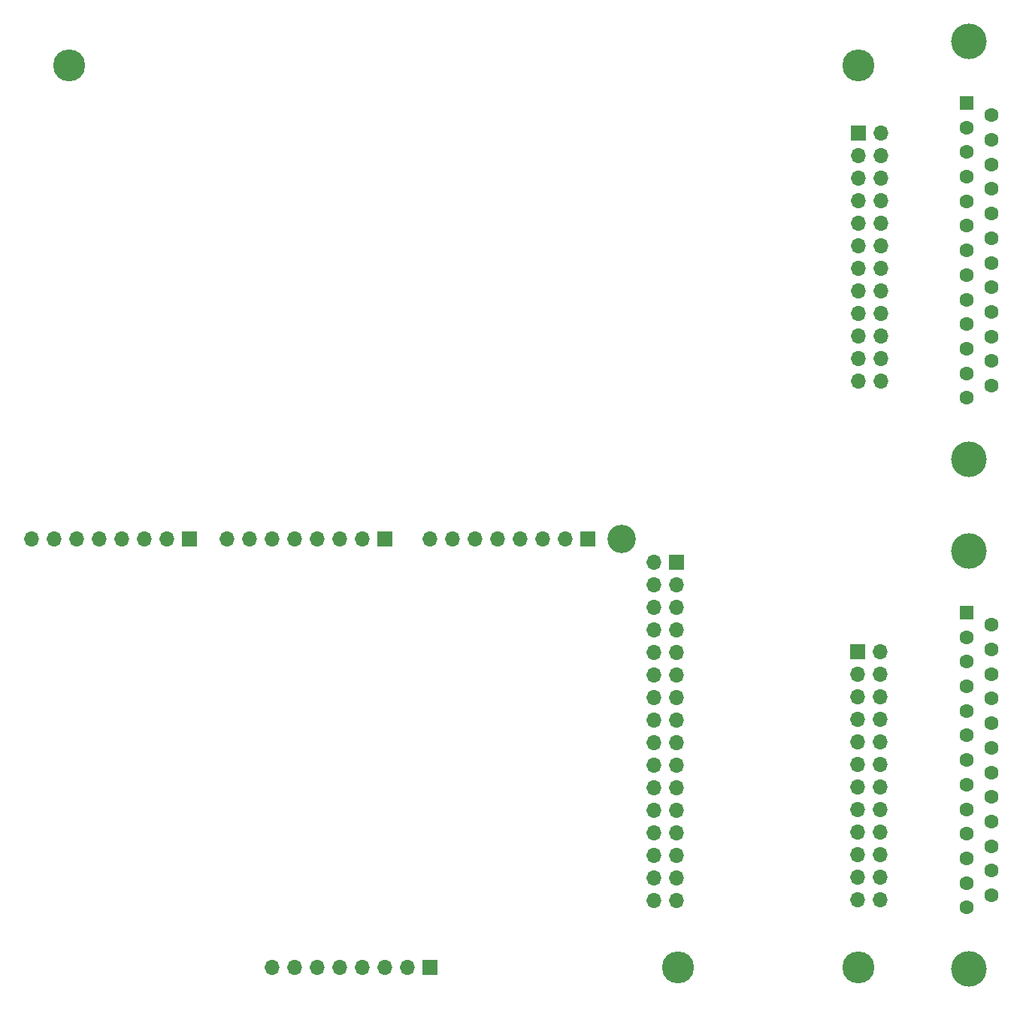
<source format=gbr>
%TF.GenerationSoftware,KiCad,Pcbnew,(6.0.5-0)*%
%TF.CreationDate,2022-11-03T10:05:23-06:00*%
%TF.ProjectId,mega_led_mapper_shield,6d656761-5f6c-4656-945f-6d6170706572,rev?*%
%TF.SameCoordinates,Original*%
%TF.FileFunction,Soldermask,Bot*%
%TF.FilePolarity,Negative*%
%FSLAX46Y46*%
G04 Gerber Fmt 4.6, Leading zero omitted, Abs format (unit mm)*
G04 Created by KiCad (PCBNEW (6.0.5-0)) date 2022-11-03 10:05:23*
%MOMM*%
%LPD*%
G01*
G04 APERTURE LIST*
%ADD10C,3.600000*%
%ADD11C,3.200000*%
%ADD12R,1.700000X1.700000*%
%ADD13O,1.700000X1.700000*%
%ADD14C,4.000000*%
%ADD15R,1.600000X1.600000*%
%ADD16C,1.600000*%
G04 APERTURE END LIST*
D10*
%TO.C,REF\u002A\u002A*%
X86360000Y-38100000D03*
%TD*%
%TO.C,REF\u002A\u002A*%
X86360000Y63500000D03*
%TD*%
%TO.C,REF\u002A\u002A*%
X-2540000Y63500000D03*
%TD*%
D11*
%TO.C,REF\u002A\u002A*%
X59690000Y10160000D03*
%TD*%
D10*
%TO.C,REF\u002A\u002A*%
X66040000Y-38100000D03*
%TD*%
D12*
%TO.C,J4*%
X55880000Y10160000D03*
D13*
X53340000Y10160000D03*
X50800000Y10160000D03*
X48260000Y10160000D03*
X45720000Y10160000D03*
X43180000Y10160000D03*
X40640000Y10160000D03*
X38100000Y10160000D03*
%TD*%
D12*
%TO.C,J5*%
X65938400Y7594600D03*
D13*
X63398400Y7594600D03*
X65938400Y5054600D03*
X63398400Y5054600D03*
X65938400Y2514600D03*
X63398400Y2514600D03*
X65938400Y-25400D03*
X63398400Y-25400D03*
X65938400Y-2565400D03*
X63398400Y-2565400D03*
X65938400Y-5105400D03*
X63398400Y-5105400D03*
X65938400Y-7645400D03*
X63398400Y-7645400D03*
X65938400Y-10185400D03*
X63398400Y-10185400D03*
X65938400Y-12725400D03*
X63398400Y-12725400D03*
X65938400Y-15265400D03*
X63398400Y-15265400D03*
X65938400Y-17805400D03*
X63398400Y-17805400D03*
X65938400Y-20345400D03*
X63398400Y-20345400D03*
X65938400Y-22885400D03*
X63398400Y-22885400D03*
X65938400Y-25425400D03*
X63398400Y-25425400D03*
X65938400Y-27965400D03*
X63398400Y-27965400D03*
X65938400Y-30505400D03*
X63398400Y-30505400D03*
%TD*%
D12*
%TO.C,J9*%
X33020000Y10160000D03*
D13*
X30480000Y10160000D03*
X27940000Y10160000D03*
X25400000Y10160000D03*
X22860000Y10160000D03*
X20320000Y10160000D03*
X17780000Y10160000D03*
X15240000Y10160000D03*
%TD*%
D12*
%TO.C,J3*%
X11084800Y10160000D03*
D13*
X8544800Y10160000D03*
X6004800Y10160000D03*
X3464800Y10160000D03*
X924800Y10160000D03*
X-1615200Y10160000D03*
X-4155200Y10160000D03*
X-6695200Y10160000D03*
%TD*%
D12*
%TO.C,J2*%
X86360000Y55880000D03*
D13*
X88900000Y55880000D03*
X86360000Y53340000D03*
X88900000Y53340000D03*
X86360000Y50800000D03*
X88900000Y50800000D03*
X86360000Y48260000D03*
X88900000Y48260000D03*
X86360000Y45720000D03*
X88900000Y45720000D03*
X86360000Y43180000D03*
X88900000Y43180000D03*
X86360000Y40640000D03*
X88900000Y40640000D03*
X86360000Y38100000D03*
X88900000Y38100000D03*
X86360000Y35560000D03*
X88900000Y35560000D03*
X86360000Y33020000D03*
X88900000Y33020000D03*
X86360000Y30480000D03*
X88900000Y30480000D03*
X86360000Y27940000D03*
X88900000Y27940000D03*
%TD*%
D12*
%TO.C,J8*%
X38100000Y-38100000D03*
D13*
X35560000Y-38100000D03*
X33020000Y-38100000D03*
X30480000Y-38100000D03*
X27940000Y-38100000D03*
X25400000Y-38100000D03*
X22860000Y-38100000D03*
X20320000Y-38100000D03*
%TD*%
D14*
%TO.C,J7*%
X98859669Y8823000D03*
X98859669Y-38277000D03*
D15*
X98559669Y1893000D03*
D16*
X98559669Y-877000D03*
X98559669Y-3647000D03*
X98559669Y-6417000D03*
X98559669Y-9187000D03*
X98559669Y-11957000D03*
X98559669Y-14727000D03*
X98559669Y-17497000D03*
X98559669Y-20267000D03*
X98559669Y-23037000D03*
X98559669Y-25807000D03*
X98559669Y-28577000D03*
X98559669Y-31347000D03*
X101399669Y508000D03*
X101399669Y-2262000D03*
X101399669Y-5032000D03*
X101399669Y-7802000D03*
X101399669Y-10572000D03*
X101399669Y-13342000D03*
X101399669Y-16112000D03*
X101399669Y-18882000D03*
X101399669Y-21652000D03*
X101399669Y-24422000D03*
X101399669Y-27192000D03*
X101399669Y-29962000D03*
%TD*%
D14*
%TO.C,J1*%
X98859669Y66227000D03*
X98859669Y19127000D03*
D15*
X98559669Y59297000D03*
D16*
X98559669Y56527000D03*
X98559669Y53757000D03*
X98559669Y50987000D03*
X98559669Y48217000D03*
X98559669Y45447000D03*
X98559669Y42677000D03*
X98559669Y39907000D03*
X98559669Y37137000D03*
X98559669Y34367000D03*
X98559669Y31597000D03*
X98559669Y28827000D03*
X98559669Y26057000D03*
X101399669Y57912000D03*
X101399669Y55142000D03*
X101399669Y52372000D03*
X101399669Y49602000D03*
X101399669Y46832000D03*
X101399669Y44062000D03*
X101399669Y41292000D03*
X101399669Y38522000D03*
X101399669Y35752000D03*
X101399669Y32982000D03*
X101399669Y30212000D03*
X101399669Y27442000D03*
%TD*%
D12*
%TO.C,J6*%
X86355000Y-2535000D03*
D13*
X88895000Y-2535000D03*
X86355000Y-5075000D03*
X88895000Y-5075000D03*
X86355000Y-7615000D03*
X88895000Y-7615000D03*
X86355000Y-10155000D03*
X88895000Y-10155000D03*
X86355000Y-12695000D03*
X88895000Y-12695000D03*
X86355000Y-15235000D03*
X88895000Y-15235000D03*
X86355000Y-17775000D03*
X88895000Y-17775000D03*
X86355000Y-20315000D03*
X88895000Y-20315000D03*
X86355000Y-22855000D03*
X88895000Y-22855000D03*
X86355000Y-25395000D03*
X88895000Y-25395000D03*
X86355000Y-27935000D03*
X88895000Y-27935000D03*
X86355000Y-30475000D03*
X88895000Y-30475000D03*
%TD*%
M02*

</source>
